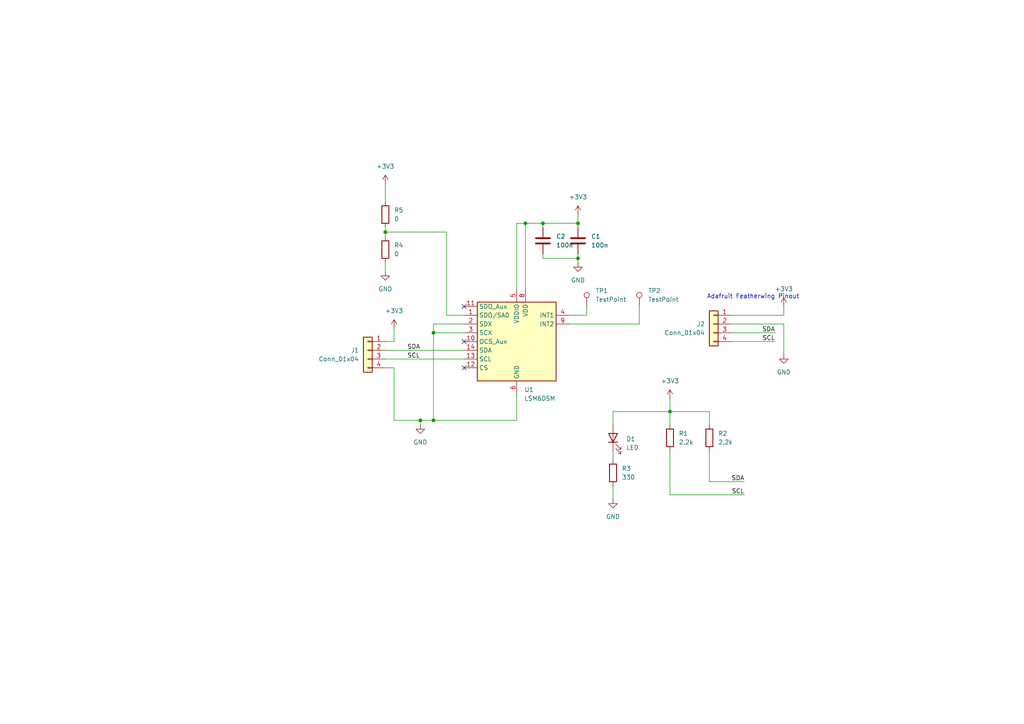
<source format=kicad_sch>
(kicad_sch (version 20231120) (generator "eeschema") (generator_version "8.0")
  (paper "A4")
  (lib_symbols
    (symbol "Connector:TestPoint" (pin_numbers hide) (pin_names (offset 0.762) hide)
      (property "Reference" "TP" (at 0 6.858 0))
      (property "Value" "TestPoint" (at 0 5.08 0))
      (symbol "TestPoint_0_1"
        (circle (center 0 3.302) (radius 0.762))
      )
      (symbol "TestPoint_1_1"
        (pin passive line (at 0 0 90) (length 2.54) (name "1") (number "1"))
      )
    )
    (symbol "Connector_Generic:Conn_01x04" (pin_names (offset 1.016) hide)
      (property "Reference" "J" (at 0 5.08 0))
      (property "Value" "Conn_01x04" (at 0 -7.62 0))
      (symbol "Conn_01x04_1_1"
        (rectangle (start -1.27 -4.953) (end 0 -5.207) (stroke (width 0.1524)))
        (rectangle (start -1.27 -2.413) (end 0 -2.667) (stroke (width 0.1524)))
        (rectangle (start -1.27 0.127) (end 0 -0.127) (stroke (width 0.1524)))
        (rectangle (start -1.27 2.667) (end 0 2.413) (stroke (width 0.1524)))
        (rectangle (start -1.27 3.81) (end 1.27 -6.35) (stroke (width 0.254)) (fill (type background)))
        (pin passive line (at -5.08 2.54 0) (length 3.81) (name "Pin_1") (number "1"))
        (pin passive line (at -5.08 0 0) (length 3.81) (name "Pin_2") (number "2"))
        (pin passive line (at -5.08 -2.54 0) (length 3.81) (name "Pin_3") (number "3"))
        (pin passive line (at -5.08 -5.08 0) (length 3.81) (name "Pin_4") (number "4"))
      )
    )
    (symbol "Device:C" (pin_numbers hide) (pin_names (offset 0.254))
      (property "Reference" "C" (at 0.635 2.54 0))
      (property "Value" "C" (at 0.635 -2.54 0))
      (symbol "C_0_1"
        (polyline (pts (xy -2.032 -0.762) (xy 2.032 -0.762)) (stroke (width 0.508)))
        (polyline (pts (xy -2.032 0.762) (xy 2.032 0.762)) (stroke (width 0.508)))
      )
      (symbol "C_1_1"
        (pin passive line (at 0 3.81 270) (length 2.794) (name "~") (number "1"))
        (pin passive line (at 0 -3.81 90) (length 2.794) (name "~") (number "2"))
      )
    )
    (symbol "Device:LED" (pin_numbers hide) (pin_names (offset 1.016) hide)
      (property "Reference" "D" (at 0 2.54 0))
      (property "Value" "LED" (at 0 -2.54 0))
      (symbol "LED_0_1"
        (polyline (pts (xy -1.27 -1.27) (xy -1.27 1.27)) (stroke (width 0.254)))
        (polyline (pts (xy -1.27 0) (xy 1.27 0)))
        (polyline (pts (xy 1.27 -1.27) (xy 1.27 1.27) (xy -1.27 0) (xy 1.27 -1.27)) (stroke (width 0.254)))
        (polyline (pts (xy -3.048 -0.762) (xy -4.572 -2.286) (xy -3.81 -2.286) (xy -4.572 -2.286) (xy -4.572 -1.524)))
        (polyline (pts (xy -1.778 -0.762) (xy -3.302 -2.286) (xy -2.54 -2.286) (xy -3.302 -2.286) (xy -3.302 -1.524)))
      )
      (symbol "LED_1_1"
        (pin passive line (at -3.81 0 0) (length 2.54) (name "K") (number "1"))
        (pin passive line (at 3.81 0 180) (length 2.54) (name "A") (number "2"))
      )
    )
    (symbol "Device:R" (pin_numbers hide) (pin_names (offset 0))
      (property "Reference" "R" (at 2.032 0 90))
      (property "Value" "R" (at 0 0 90))
      (symbol "R_0_1"
        (rectangle (start -1.016 -2.54) (end 1.016 2.54) (stroke (width 0.254)))
      )
      (symbol "R_1_1"
        (pin passive line (at 0 3.81 270) (length 1.27) (name "~") (number "1"))
        (pin passive line (at 0 -3.81 90) (length 1.27) (name "~") (number "2"))
      )
    )
    (symbol "Sensor_Motion:LSM6DSM"
      (property "Reference" "U" (at -11.43 15.24 0))
      (property "Value" "LSM6DSM" (at -11.43 12.7 0))
      (symbol "LSM6DSM_0_1"
        (rectangle (start 11.43 11.43) (end -11.43 -11.43) (stroke (width 0.254)) (fill (type background)))
      )
      (symbol "LSM6DSM_1_1"
        (pin bidirectional line (at -15.24 7.62 0) (length 3.81) (name "SDO/SA0") (number "1"))
        (pin passive line (at -15.24 0 0) (length 3.81) (name "OCS_Aux") (number "10"))
        (pin bidirectional line (at -15.24 10.16 0) (length 3.81) (name "SDO_Aux") (number "11"))
        (pin input line (at -15.24 -7.62 0) (length 3.81) (name "CS") (number "12"))
        (pin input line (at -15.24 -5.08 0) (length 3.81) (name "SCL") (number "13"))
        (pin bidirectional line (at -15.24 -2.54 0) (length 3.81) (name "SDA") (number "14"))
        (pin bidirectional line (at -15.24 5.08 0) (length 3.81) (name "SDX") (number "2"))
        (pin input line (at -15.24 2.54 0) (length 3.81) (name "SCX") (number "3"))
        (pin output line (at 15.24 7.62 180) (length 3.81) (name "INT1") (number "4"))
        (pin power_in line (at 0 15.24 270) (length 3.81) (name "VDDIO") (number "5"))
        (pin power_in line (at 0 -15.24 90) (length 3.81) (name "GND") (number "6"))
        (pin passive line (at 0 -15.24 90) (length 3.81) hide (name "GND") (number "7"))
        (pin power_in line (at 2.54 15.24 270) (length 3.81) (name "VDD") (number "8"))
        (pin output line (at 15.24 5.08 180) (length 3.81) (name "INT2") (number "9"))
      )
    )
    (symbol "power:+3V3" (power) (pin_numbers hide) (pin_names (offset 0) hide)
      (property "Value" "+3V3" (at 0 3.556 0))
      (symbol "+3V3_0_1"
        (polyline (pts (xy -0.762 1.27) (xy 0 2.54)))
        (polyline (pts (xy 0 0) (xy 0 2.54)))
        (polyline (pts (xy 0 2.54) (xy 0.762 1.27)))
      )
      (symbol "+3V3_1_1"
        (pin power_in line (at 0 0 90) (length 0) (name "~") (number "1"))
      )
    )
    (symbol "power:GND" (power) (pin_numbers hide) (pin_names (offset 0) hide)
      (property "Value" "GND" (at 0 -3.81 0))
      (symbol "GND_0_1"
        (polyline (pts (xy 0 0) (xy 0 -1.27) (xy 1.27 -1.27) (xy 0 -2.54) (xy -1.27 -1.27) (xy 0 -1.27)))
      )
      (symbol "GND_1_1"
        (pin power_in line (at 0 0 270) (length 0) (name "~") (number "1"))
      )
    )
  )
  (junction (at 111.76 67.31))
  (junction (at 125.73 96.52))
  (junction (at 167.64 74.93))
  (junction (at 157.48 64.77))
  (junction (at 121.92 121.92))
  (junction (at 152.4 64.77))
  (junction (at 167.64 64.77))
  (junction (at 194.31 119.38))
  (junction (at 125.73 121.92))
  (no_connect (at 134.62 99.06))
  (no_connect (at 134.62 106.68))
  (no_connect (at 134.62 88.9))
  (wire (pts (xy 125.73 96.52) (xy 134.62 96.52)))
  (wire (pts (xy 194.31 130.81) (xy 194.31 143.51)))
  (wire (pts (xy 125.73 121.92) (xy 149.86 121.92)))
  (wire (pts (xy 227.33 93.98) (xy 227.33 102.87)))
  (wire (pts (xy 111.76 99.06) (xy 114.3 99.06)))
  (wire (pts (xy 227.33 91.44) (xy 227.33 88.9)))
  (wire (pts (xy 125.73 93.98) (xy 125.73 96.52)))
  (wire (pts (xy 111.76 76.2) (xy 111.76 78.74)))
  (wire (pts (xy 212.09 99.06) (xy 224.79 99.06)))
  (wire (pts (xy 111.76 53.34) (xy 111.76 58.42)))
  (wire (pts (xy 157.48 73.66) (xy 157.48 74.93)))
  (wire (pts (xy 125.73 96.52) (xy 125.73 121.92)))
  (wire (pts (xy 205.74 130.81) (xy 205.74 139.7)))
  (wire (pts (xy 111.76 104.14) (xy 134.62 104.14)))
  (wire (pts (xy 114.3 106.68) (xy 114.3 121.92)))
  (wire (pts (xy 121.92 121.92) (xy 121.92 123.19)))
  (wire (pts (xy 149.86 64.77) (xy 152.4 64.77)))
  (wire (pts (xy 157.48 74.93) (xy 167.64 74.93)))
  (wire (pts (xy 212.09 96.52) (xy 224.79 96.52)))
  (wire (pts (xy 205.74 123.19) (xy 205.74 119.38)))
  (wire (pts (xy 152.4 83.82) (xy 152.4 64.77)))
  (wire (pts (xy 121.92 121.92) (xy 125.73 121.92)))
  (wire (pts (xy 114.3 121.92) (xy 121.92 121.92)))
  (wire (pts (xy 165.1 91.44) (xy 170.18 91.44)))
  (wire (pts (xy 205.74 119.38) (xy 194.31 119.38)))
  (wire (pts (xy 167.64 64.77) (xy 167.64 66.04)))
  (wire (pts (xy 177.8 130.81) (xy 177.8 133.35)))
  (wire (pts (xy 205.74 139.7) (xy 215.9 139.7)))
  (wire (pts (xy 111.76 67.31) (xy 129.54 67.31)))
  (wire (pts (xy 134.62 93.98) (xy 125.73 93.98)))
  (wire (pts (xy 149.86 121.92) (xy 149.86 114.3)))
  (wire (pts (xy 149.86 83.82) (xy 149.86 64.77)))
  (wire (pts (xy 194.31 115.57) (xy 194.31 119.38)))
  (wire (pts (xy 165.1 93.98) (xy 185.42 93.98)))
  (wire (pts (xy 177.8 123.19) (xy 177.8 119.38)))
  (wire (pts (xy 167.64 73.66) (xy 167.64 74.93)))
  (wire (pts (xy 111.76 67.31) (xy 111.76 68.58)))
  (wire (pts (xy 134.62 91.44) (xy 129.54 91.44)))
  (wire (pts (xy 111.76 101.6) (xy 134.62 101.6)))
  (wire (pts (xy 152.4 64.77) (xy 157.48 64.77)))
  (wire (pts (xy 111.76 106.68) (xy 114.3 106.68)))
  (wire (pts (xy 167.64 62.23) (xy 167.64 64.77)))
  (wire (pts (xy 111.76 66.04) (xy 111.76 67.31)))
  (wire (pts (xy 167.64 74.93) (xy 167.64 76.2)))
  (wire (pts (xy 177.8 119.38) (xy 194.31 119.38)))
  (wire (pts (xy 194.31 143.51) (xy 215.9 143.51)))
  (wire (pts (xy 114.3 99.06) (xy 114.3 95.25)))
  (wire (pts (xy 212.09 93.98) (xy 227.33 93.98)))
  (wire (pts (xy 157.48 64.77) (xy 167.64 64.77)))
  (wire (pts (xy 194.31 119.38) (xy 194.31 123.19)))
  (wire (pts (xy 177.8 140.97) (xy 177.8 144.78)))
  (wire (pts (xy 185.42 93.98) (xy 185.42 88.9)))
  (wire (pts (xy 170.18 91.44) (xy 170.18 88.9)))
  (wire (pts (xy 157.48 66.04) (xy 157.48 64.77)))
  (wire (pts (xy 212.09 91.44) (xy 227.33 91.44)))
  (wire (pts (xy 129.54 67.31) (xy 129.54 91.44)))
  (text "Adafruit Featherwing Pinout" (at 218.44 86.106 0) (effects (font (size 1.27 1.27))))
  (label "SDA" (at 215.9 139.7 180))
  (label "SDA" (at 224.79 96.52 180))
  (label "SCL" (at 118.11 104.14 0))
  (label "SCL" (at 224.79 99.06 180))
  (label "SCL" (at 215.9 143.51 180))
  (label "SDA" (at 118.11 101.6 0))
  (symbol (lib_id "power:GND") (at 121.92 123.19 0) (unit 1)
    (property "Reference" "#PWR01" (effects (hide yes)))
    (property "Value" "GND" (at 121.92 128.27 0))
    (property "Description" "Power symbol creates a global label with name \"GND\" , ground" (effects (hide yes)))
  )
  (symbol (lib_id "Device:R") (at 177.8 137.16 0) (unit 1)
    (property "Reference" "R3" (at 180.34 135.8899 0) (effects (justify left)))
    (property "Value" "330" (at 180.34 138.4299 0) (effects (justify left)))
    (property "Footprint" "Resistor_SMD:R_0603_1608Metric" (effects (hide yes)))
    (property "Description" "Resistor" (effects (hide yes)))
  )
  (symbol (lib_id "Device:R") (at 111.76 72.39 0) (unit 1)
    (property "Reference" "R4" (at 114.3 71.1199 0) (effects (justify left)))
    (property "Value" "0" (at 114.3 73.6599 0) (effects (justify left)))
    (property "Footprint" "LED_SMD:LED_0603_1608Metric" (effects (hide yes)))
    (property "Description" "Resistor" (effects (hide yes)))
  )
  (symbol (lib_id "Device:R") (at 111.76 62.23 0) (unit 1)
    (property "Reference" "R5" (at 114.3 60.9599 0) (effects (justify left)))
    (property "Value" "0" (at 114.3 63.4999 0) (effects (justify left)))
    (property "Footprint" "LED_SMD:LED_0603_1608Metric" (effects (hide yes)))
    (property "Description" "Resistor" (effects (hide yes)))
  )
  (symbol (lib_id "Device:LED") (at 177.8 127 90) (unit 1)
    (property "Reference" "D1" (at 181.61 127.3174 90) (effects (justify right)))
    (property "Value" "LED" (at 181.61 129.8574 90) (effects (justify right)))
    (property "Footprint" "LED_SMD:LED_0603_1608Metric" (effects (hide yes)))
    (property "Description" "Light emitting diode" (effects (hide yes)))
  )
  (symbol (lib_id "Device:R") (at 194.31 127 0) (unit 1)
    (property "Reference" "R1" (at 196.85 125.7299 0) (effects (justify left)))
    (property "Value" "2.2k" (at 196.85 128.2699 0) (effects (justify left)))
    (property "Footprint" "LED_SMD:LED_0603_1608Metric" (effects (hide yes)))
    (property "Description" "Resistor" (effects (hide yes)))
  )
  (symbol (lib_id "power:+3V3") (at 111.76 53.34 0) (unit 1)
    (property "Reference" "#PWR04" (effects (hide yes)))
    (property "Value" "+3V3" (at 111.76 48.26 0))
    (property "Description" "Power symbol creates a global label with name \"+3V3\"" (effects (hide yes)))
  )
  (symbol (lib_id "power:+3V3") (at 167.64 62.23 0) (unit 1)
    (property "Reference" "#PWR05" (effects (hide yes)))
    (property "Value" "+3V3" (at 167.64 57.15 0))
    (property "Description" "Power symbol creates a global label with name \"+3V3\"" (effects (hide yes)))
  )
  (symbol (lib_id "Connector:TestPoint") (at 185.42 88.9 0) (unit 1)
    (property "Reference" "TP2" (at 187.96 84.3279 0) (effects (justify left)))
    (property "Value" "TestPoint" (at 187.96 86.8679 0) (effects (justify left)))
    (property "Footprint" "TestPoint:TestPoint_Pad_D1.0mm" (effects (hide yes)))
    (property "Description" "test point" (effects (hide yes)))
  )
  (symbol (lib_id "power:+3V3") (at 227.33 88.9 0) (unit 1)
    (property "Reference" "#PWR07" (effects (hide yes)))
    (property "Value" "+3V3" (at 227.33 83.82 0))
    (property "Description" "Power symbol creates a global label with name \"+3V3\"" (effects (hide yes)))
  )
  (symbol (lib_id "Connector_Generic:Conn_01x04") (at 106.68 101.6 0) (mirror y) (unit 1)
    (property "Reference" "J1" (at 104.14 101.5999 0) (effects (justify left)))
    (property "Value" "Conn_01x04" (at 104.14 104.1399 0) (effects (justify left)))
    (property "Footprint" "Connector:FanPinHeader_1x04_P2.54mm_Vertical" (effects (hide yes)))
    (property "Description" "Generic connector, single row, 01x04, script generated (kicad-library-utils/schlib/autogen/connector/)" (effects (hide yes)))
  )
  (symbol (lib_id "Device:C") (at 157.48 69.85 0) (unit 1)
    (property "Reference" "C2" (at 161.29 68.5799 0) (effects (justify left)))
    (property "Value" "100n" (at 161.29 71.1199 0) (effects (justify left)))
    (property "Footprint" "Capacitor_SMD:C_0603_1608Metric" (effects (hide yes)))
    (property "Description" "Unpolarized capacitor" (effects (hide yes)))
  )
  (symbol (lib_id "power:GND") (at 227.33 102.87 0) (unit 1)
    (property "Reference" "#PWR08" (effects (hide yes)))
    (property "Value" "GND" (at 227.33 107.95 0))
    (property "Description" "Power symbol creates a global label with name \"GND\" , ground" (effects (hide yes)))
  )
  (symbol (lib_id "power:+3V3") (at 194.31 115.57 0) (unit 1)
    (property "Reference" "#PWR010" (effects (hide yes)))
    (property "Value" "+3V3" (at 194.31 110.49 0))
    (property "Description" "Power symbol creates a global label with name \"+3V3\"" (effects (hide yes)))
  )
  (symbol (lib_id "power:GND") (at 167.64 76.2 0) (unit 1)
    (property "Reference" "#PWR06" (effects (hide yes)))
    (property "Value" "GND" (at 167.64 81.28 0))
    (property "Description" "Power symbol creates a global label with name \"GND\" , ground" (effects (hide yes)))
  )
  (symbol (lib_id "Device:R") (at 205.74 127 0) (unit 1)
    (property "Reference" "R2" (at 208.28 125.7299 0) (effects (justify left)))
    (property "Value" "2.2k" (at 208.28 128.2699 0) (effects (justify left)))
    (property "Footprint" "Resistor_SMD:R_0603_1608Metric" (effects (hide yes)))
    (property "Description" "Resistor" (effects (hide yes)))
  )
  (symbol (lib_id "power:GND") (at 111.76 78.74 0) (unit 1)
    (property "Reference" "#PWR02" (effects (hide yes)))
    (property "Value" "GND" (at 111.76 83.82 0))
    (property "Description" "Power symbol creates a global label with name \"GND\" , ground" (effects (hide yes)))
  )
  (symbol (lib_id "Connector_Generic:Conn_01x04") (at 207.01 93.98 0) (mirror y) (unit 1)
    (property "Reference" "J2" (at 204.47 93.9799 0) (effects (justify left)))
    (property "Value" "Conn_01x04" (at 204.47 96.5199 0) (effects (justify left)))
    (property "Footprint" "Connector:FanPinHeader_1x04_P2.54mm_Vertical" (effects (hide yes)))
    (property "Description" "Generic connector, single row, 01x04, script generated (kicad-library-utils/schlib/autogen/connector/)" (effects (hide yes)))
  )
  (symbol (lib_id "Connector:TestPoint") (at 170.18 88.9 0) (unit 1)
    (property "Reference" "TP1" (at 172.72 84.3279 0) (effects (justify left)))
    (property "Value" "TestPoint" (at 172.72 86.8679 0) (effects (justify left)))
    (property "Footprint" "TestPoint:TestPoint_Pad_D1.0mm" (effects (hide yes)))
    (property "Description" "test point" (effects (hide yes)))
  )
  (symbol (lib_id "power:GND") (at 177.8 144.78 0) (unit 1)
    (property "Reference" "#PWR09" (effects (hide yes)))
    (property "Value" "GND" (at 177.8 149.86 0))
    (property "Description" "Power symbol creates a global label with name \"GND\" , ground" (effects (hide yes)))
  )
  (symbol (lib_id "power:+3V3") (at 114.3 95.25 0) (unit 1)
    (property "Reference" "#PWR03" (effects (hide yes)))
    (property "Value" "+3V3" (at 114.3 90.17 0))
    (property "Description" "Power symbol creates a global label with name \"+3V3\"" (effects (hide yes)))
  )
  (symbol (lib_id "Device:C") (at 167.64 69.85 0) (unit 1)
    (property "Reference" "C1" (at 171.45 68.5799 0) (effects (justify left)))
    (property "Value" "100n" (at 171.45 71.1199 0) (effects (justify left)))
    (property "Footprint" "Capacitor_SMD:C_0603_1608Metric" (effects (hide yes)))
    (property "Description" "Unpolarized capacitor" (effects (hide yes)))
  )
  (symbol (lib_id "Sensor_Motion:LSM6DSM") (at 149.86 99.06 0) (unit 1)
    (property "Reference" "U1" (at 152.0541 113.03 0) (effects (justify left)))
    (property "Value" "LSM6DSM" (at 152.0541 115.57 0) (effects (justify left)))
    (property "Footprint" "Package_LGA:LGA-14_3x2.5mm_P0.5mm_LayoutBorder3x4y" (effects (hide yes)))
    (property "Datasheet" "https://www.st.com/resource/en/datasheet/lsm6dsm.pdf" (effects (hide yes)))
    (property "Description" "I2C/SPI, iNEMO inertial module: always-on 3D accelerometer and 3D gyroscope, with auxiliary SPI, 1.71V to 3.6V VCC" (effects (hide yes)))
  )
)
</source>
